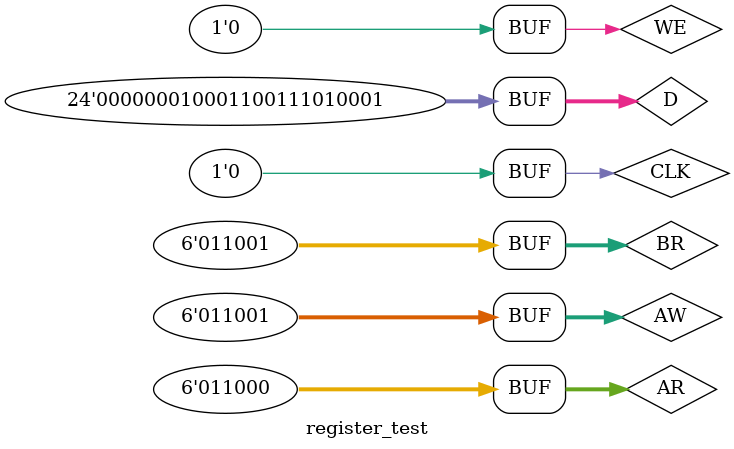
<source format=v>
`timescale 1ns / 1ps

module register_test;
	parameter W = 24;
	parameter S = 64;
	parameter Adr = $clog2(S);
	reg [Adr-1:0] AW;
	reg [Adr-1:0] AR;
	reg [Adr-1:0] BR;
	reg WE;
	reg CLK;
	reg [W-1:0] D;

	wire [W-1:0] A;
	wire [W-1:0] B;
	
	reg_file #(
		.WORDSIZE(W),
		.BLOCKSIZE(S)
	) uut (
		.AW(AW), 
		.AR(AR), 
		.BR(BR), 
		.WE(WE), 
		.CLK(CLK), 
		.D(D), 
		.A(A), 
		.B(B)
	);

	always
	begin
		CLK = 1;
		#40;
		CLK = 0;
		#40;
	end

	initial begin
		AW = 0;
		AR = 24;
		BR = 25;
		WE = 0;
		D = 8596;
		#100;
		// Test writing
		AW = 24;
		WE = 1;
		#65;
		AW = 25;
		D = 72145;
		#80;
		WE = 0;
		// Test address switching
		#40;
		AR = 10;
		#80;
		AR = 25;
		#80;
		AR = 24;		
	end
endmodule


</source>
